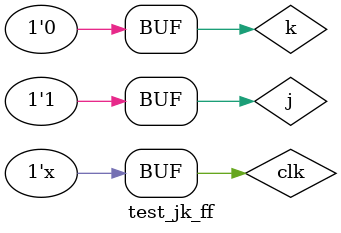
<source format=v>
module jk_flip_flop(j, k, clk, Q);
  input j, k, clk;
  output Q;
  reg Q;  
  always@(posedge clk)
  begin
    Q <= (j&&~Q)||(~k&&Q);
  end
endmodule
  
module test_jk_ff;
  reg j, k, clk;
  wire Q;
  
  jk_flip_flop jkff(j, k, clk, Q);
  
  initial
    clk = 0;
    
  
  always
  #2 clk = ~clk;
  
  initial begin
 j=0; k=0; 
 #2
 j=1; k=1; 
 #2
 j=0; k=1;
 #2
 j=1; k=0;
end

initial
$monitor($time, "j:%b k:%b Q:%b, clk:%b", j, k, Q, clk);
  
endmodule 
</source>
